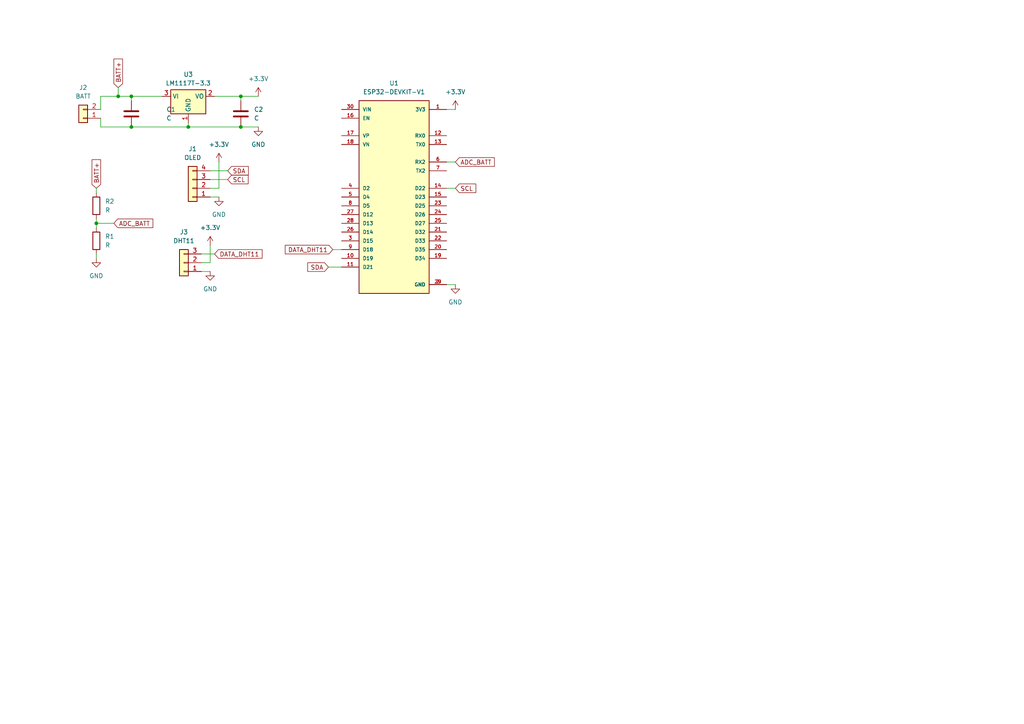
<source format=kicad_sch>
(kicad_sch (version 20230121) (generator eeschema)
  (paper "A4")
  (lib_symbols
    (symbol "Connector_Generic:Conn_01x02" (pin_names (offset 1.016) hide)
      (property "Reference" "J" (at 0 2.54 0))
      (property "Value" "Conn_01x02" (at 0 -5.08 0))
      (symbol "Conn_01x02_1_1"
        (rectangle (start -1.27 -2.413) (end 0 -2.667) (stroke (width 0.1524)))
        (rectangle (start -1.27 0.127) (end 0 -0.127) (stroke (width 0.1524)))
        (rectangle (start -1.27 1.27) (end 1.27 -3.81) (stroke (width 0.254)) (fill (type background)))
        (pin passive line (at -5.08 0 0) (length 3.81) (name "Pin_1") (number "1"))
        (pin passive line (at -5.08 -2.54 0) (length 3.81) (name "Pin_2") (number "2"))
      )
    )
    (symbol "Connector_Generic:Conn_01x03" (pin_names (offset 1.016) hide)
      (property "Reference" "J" (at 0 5.08 0))
      (property "Value" "Conn_01x03" (at 0 -5.08 0))
      (symbol "Conn_01x03_1_1"
        (rectangle (start -1.27 -2.413) (end 0 -2.667) (stroke (width 0.1524)))
        (rectangle (start -1.27 0.127) (end 0 -0.127) (stroke (width 0.1524)))
        (rectangle (start -1.27 2.667) (end 0 2.413) (stroke (width 0.1524)))
        (rectangle (start -1.27 3.81) (end 1.27 -3.81) (stroke (width 0.254)) (fill (type background)))
        (pin passive line (at -5.08 2.54 0) (length 3.81) (name "Pin_1") (number "1"))
        (pin passive line (at -5.08 0 0) (length 3.81) (name "Pin_2") (number "2"))
        (pin passive line (at -5.08 -2.54 0) (length 3.81) (name "Pin_3") (number "3"))
      )
    )
    (symbol "Connector_Generic:Conn_01x04" (pin_names (offset 1.016) hide)
      (property "Reference" "J" (at 0 5.08 0))
      (property "Value" "Conn_01x04" (at 0 -7.62 0))
      (symbol "Conn_01x04_1_1"
        (rectangle (start -1.27 -4.953) (end 0 -5.207) (stroke (width 0.1524)))
        (rectangle (start -1.27 -2.413) (end 0 -2.667) (stroke (width 0.1524)))
        (rectangle (start -1.27 0.127) (end 0 -0.127) (stroke (width 0.1524)))
        (rectangle (start -1.27 2.667) (end 0 2.413) (stroke (width 0.1524)))
        (rectangle (start -1.27 3.81) (end 1.27 -6.35) (stroke (width 0.254)) (fill (type background)))
        (pin passive line (at -5.08 2.54 0) (length 3.81) (name "Pin_1") (number "1"))
        (pin passive line (at -5.08 0 0) (length 3.81) (name "Pin_2") (number "2"))
        (pin passive line (at -5.08 -2.54 0) (length 3.81) (name "Pin_3") (number "3"))
        (pin passive line (at -5.08 -5.08 0) (length 3.81) (name "Pin_4") (number "4"))
      )
    )
    (symbol "Device:C" (pin_numbers hide) (pin_names (offset 0.254))
      (property "Reference" "C" (at 0.635 2.54 0))
      (property "Value" "C" (at 0.635 -2.54 0))
      (symbol "C_0_1"
        (polyline (pts (xy -2.032 -0.762) (xy 2.032 -0.762)) (stroke (width 0.508)))
        (polyline (pts (xy -2.032 0.762) (xy 2.032 0.762)) (stroke (width 0.508)))
      )
      (symbol "C_1_1"
        (pin passive line (at 0 3.81 270) (length 2.794) (name "~") (number "1"))
        (pin passive line (at 0 -3.81 90) (length 2.794) (name "~") (number "2"))
      )
    )
    (symbol "Device:R" (pin_numbers hide) (pin_names (offset 0))
      (property "Reference" "R" (at 2.032 0 90))
      (property "Value" "R" (at 0 0 90))
      (symbol "R_0_1"
        (rectangle (start -1.016 -2.54) (end 1.016 2.54) (stroke (width 0.254)))
      )
      (symbol "R_1_1"
        (pin passive line (at 0 3.81 270) (length 1.27) (name "~") (number "1"))
        (pin passive line (at 0 -3.81 90) (length 1.27) (name "~") (number "2"))
      )
    )
    (symbol "ESP32-DEVKIT-V1:ESP32-DEVKIT-V1" (pin_names (offset 1.016))
      (property "Reference" "U" (at -10.16 30.48 0))
      (property "Value" "ESP32-DEVKIT-V1" (at -10.16 -30.48 0))
      (symbol "ESP32-DEVKIT-V1_0_0"
        (rectangle (start -10.16 -27.94) (end 10.16 27.94) (stroke (width 0.254)) (fill (type background)))
        (pin output line (at 15.24 25.4 180) (length 5.08) (name "3V3") (number "1"))
        (pin bidirectional line (at -15.24 -17.78 0) (length 5.08) (name "D19") (number "10"))
        (pin bidirectional line (at -15.24 -20.32 0) (length 5.08) (name "D21") (number "11"))
        (pin input line (at 15.24 17.78 180) (length 5.08) (name "RX0") (number "12"))
        (pin output line (at 15.24 15.24 180) (length 5.08) (name "TX0") (number "13"))
        (pin bidirectional line (at 15.24 2.54 180) (length 5.08) (name "D22") (number "14"))
        (pin bidirectional line (at 15.24 0 180) (length 5.08) (name "D23") (number "15"))
        (pin input line (at -15.24 22.86 0) (length 5.08) (name "EN") (number "16"))
        (pin bidirectional line (at -15.24 17.78 0) (length 5.08) (name "VP") (number "17"))
        (pin bidirectional line (at -15.24 15.24 0) (length 5.08) (name "VN") (number "18"))
        (pin bidirectional line (at 15.24 -17.78 180) (length 5.08) (name "D34") (number "19"))
        (pin power_in line (at 15.24 -25.4 180) (length 5.08) (name "GND") (number "2"))
        (pin bidirectional line (at 15.24 -15.24 180) (length 5.08) (name "D35") (number "20"))
        (pin bidirectional line (at 15.24 -10.16 180) (length 5.08) (name "D32") (number "21"))
        (pin bidirectional line (at 15.24 -12.7 180) (length 5.08) (name "D33") (number "22"))
        (pin bidirectional line (at 15.24 -2.54 180) (length 5.08) (name "D25") (number "23"))
        (pin bidirectional line (at 15.24 -5.08 180) (length 5.08) (name "D26") (number "24"))
        (pin bidirectional line (at 15.24 -7.62 180) (length 5.08) (name "D27") (number "25"))
        (pin bidirectional line (at -15.24 -10.16 0) (length 5.08) (name "D14") (number "26"))
        (pin bidirectional line (at -15.24 -5.08 0) (length 5.08) (name "D12") (number "27"))
        (pin bidirectional line (at -15.24 -7.62 0) (length 5.08) (name "D13") (number "28"))
        (pin power_in line (at 15.24 -25.4 180) (length 5.08) (name "GND") (number "29"))
        (pin bidirectional line (at -15.24 -12.7 0) (length 5.08) (name "D15") (number "3"))
        (pin input line (at -15.24 25.4 0) (length 5.08) (name "VIN") (number "30"))
        (pin bidirectional line (at -15.24 2.54 0) (length 5.08) (name "D2") (number "4"))
        (pin bidirectional line (at -15.24 0 0) (length 5.08) (name "D4") (number "5"))
        (pin input line (at 15.24 10.16 180) (length 5.08) (name "RX2") (number "6"))
        (pin output line (at 15.24 7.62 180) (length 5.08) (name "TX2") (number "7"))
        (pin bidirectional line (at -15.24 -2.54 0) (length 5.08) (name "D5") (number "8"))
        (pin bidirectional line (at -15.24 -15.24 0) (length 5.08) (name "D18") (number "9"))
      )
    )
    (symbol "Regulator_Linear:LM1117T-3.3"
      (property "Reference" "U" (at -3.81 3.175 0))
      (property "Value" "LM1117T-3.3" (at 0 3.175 0))
      (symbol "LM1117T-3.3_0_1"
        (rectangle (start -5.08 -5.08) (end 5.08 1.905) (stroke (width 0.254)) (fill (type background)))
      )
      (symbol "LM1117T-3.3_1_1"
        (pin power_in line (at 0 -7.62 90) (length 2.54) (name "GND") (number "1"))
        (pin power_out line (at 7.62 0 180) (length 2.54) (name "VO") (number "2"))
        (pin power_in line (at -7.62 0 0) (length 2.54) (name "VI") (number "3"))
      )
    )
    (symbol "power:+3.3V" (power) (pin_names (offset 0))
      (property "Value" "+3.3V" (at 0 3.556 0))
      (symbol "+3.3V_0_1"
        (polyline (pts (xy -0.762 1.27) (xy 0 2.54)))
        (polyline (pts (xy 0 0) (xy 0 2.54)))
        (polyline (pts (xy 0 2.54) (xy 0.762 1.27)))
      )
      (symbol "+3.3V_1_1"
        (pin power_in line (at 0 0 90) (length 0) hide (name "+3.3V") (number "1"))
      )
    )
    (symbol "power:GND" (power) (pin_names (offset 0))
      (property "Value" "GND" (at 0 -3.81 0))
      (symbol "GND_0_1"
        (polyline (pts (xy 0 0) (xy 0 -1.27) (xy 1.27 -1.27) (xy 0 -2.54) (xy -1.27 -1.27) (xy 0 -1.27)))
      )
      (symbol "GND_1_1"
        (pin power_in line (at 0 0 270) (length 0) hide (name "GND") (number "1"))
      )
    )
  )
  (junction (at 69.85 36.83))
  (junction (at 38.1 27.94))
  (junction (at 38.1 36.83))
  (junction (at 69.85 27.94))
  (junction (at 27.94 64.77))
  (junction (at 34.29 27.94))
  (junction (at 54.61 36.83))
  (wire (pts (xy 46.99 27.94) (xy 38.1 27.94)))
  (wire (pts (xy 58.42 78.74) (xy 60.96 78.74)))
  (wire (pts (xy 129.54 82.55) (xy 132.08 82.55)))
  (wire (pts (xy 34.29 25.4) (xy 34.29 27.94)))
  (wire (pts (xy 60.96 71.12) (xy 60.96 76.2)))
  (wire (pts (xy 69.85 36.83) (xy 54.61 36.83)))
  (wire (pts (xy 38.1 36.83) (xy 54.61 36.83)))
  (wire (pts (xy 29.21 34.29) (xy 29.21 36.83)))
  (wire (pts (xy 58.42 76.2) (xy 60.96 76.2)))
  (wire (pts (xy 38.1 27.94) (xy 38.1 29.21)))
  (wire (pts (xy 62.23 27.94) (xy 69.85 27.94)))
  (wire (pts (xy 63.5 46.99) (xy 63.5 54.61)))
  (wire (pts (xy 27.94 54.61) (xy 27.94 55.88)))
  (wire (pts (xy 58.42 73.66) (xy 62.23 73.66)))
  (wire (pts (xy 54.61 36.83) (xy 54.61 35.56)))
  (wire (pts (xy 74.93 27.94) (xy 69.85 27.94)))
  (wire (pts (xy 66.04 52.07) (xy 60.96 52.07)))
  (wire (pts (xy 96.52 72.39) (xy 99.06 72.39)))
  (wire (pts (xy 27.94 64.77) (xy 27.94 66.04)))
  (wire (pts (xy 60.96 57.15) (xy 63.5 57.15)))
  (wire (pts (xy 60.96 49.53) (xy 66.04 49.53)))
  (wire (pts (xy 129.54 31.75) (xy 132.08 31.75)))
  (wire (pts (xy 27.94 73.66) (xy 27.94 74.93)))
  (wire (pts (xy 129.54 54.61) (xy 132.08 54.61)))
  (wire (pts (xy 27.94 64.77) (xy 33.02 64.77)))
  (wire (pts (xy 34.29 27.94) (xy 38.1 27.94)))
  (wire (pts (xy 95.25 77.47) (xy 99.06 77.47)))
  (wire (pts (xy 69.85 27.94) (xy 69.85 29.21)))
  (wire (pts (xy 63.5 54.61) (xy 60.96 54.61)))
  (wire (pts (xy 29.21 31.75) (xy 29.21 27.94)))
  (wire (pts (xy 129.54 46.99) (xy 132.08 46.99)))
  (wire (pts (xy 29.21 27.94) (xy 34.29 27.94)))
  (wire (pts (xy 74.93 36.83) (xy 69.85 36.83)))
  (wire (pts (xy 29.21 36.83) (xy 38.1 36.83)))
  (wire (pts (xy 27.94 63.5) (xy 27.94 64.77)))
  (global_label "SDA" (shape input) (at 66.04 49.53 0) (property "Intersheetrefs" "${INTERSHEET_REFS}" (effects hide)))
  (global_label "ADC_BATT" (shape input) (at 132.08 46.99 0) (property "Intersheetrefs" "${INTERSHEET_REFS}" (effects hide)))
  (global_label "ADC_BATT" (shape input) (at 33.02 64.77 0) (property "Intersheetrefs" "${INTERSHEET_REFS}" (effects hide)))
  (global_label "SCL" (shape input) (at 66.04 52.07 0) (property "Intersheetrefs" "${INTERSHEET_REFS}" (effects hide)))
  (global_label "BATT+" (shape input) (at 34.29 25.4 90) (property "Intersheetrefs" "${INTERSHEET_REFS}" (effects hide)))
  (global_label "DATA_DHT11" (shape input) (at 96.52 72.39 180) (property "Intersheetrefs" "${INTERSHEET_REFS}" (effects hide)))
  (global_label "SCL" (shape input) (at 132.08 54.61 0) (property "Intersheetrefs" "${INTERSHEET_REFS}" (effects hide)))
  (global_label "SDA" (shape input) (at 95.25 77.47 180) (property "Intersheetrefs" "${INTERSHEET_REFS}" (effects hide)))
  (global_label "DATA_DHT11" (shape input) (at 62.23 73.66 0) (property "Intersheetrefs" "${INTERSHEET_REFS}" (effects hide)))
  (global_label "BATT+" (shape input) (at 27.94 54.61 90) (property "Intersheetrefs" "${INTERSHEET_REFS}" (effects hide)))
  (symbol (lib_id "power:GND") (at 74.93 36.83 0) (unit 1)
    (property "Reference" "#PWR03" (effects hide))
    (property "Value" "GND" (at 74.93 41.91 0))
  )
  (symbol (lib_id "Connector_Generic:Conn_01x03") (at 53.34 76.2 180) (unit 1)
    (property "Reference" "J3" (at 53.34 67.31 0))
    (property "Value" "DHT11" (at 53.34 69.85 0))
    (property "Footprint" "Connector_PinHeader_2.54mm:PinHeader_1x03_P2.54mm_Vertical" (effects hide))
  )
  (symbol (lib_id "ESP32-DEVKIT-V1:ESP32-DEVKIT-V1") (at 114.3 57.15 0) (unit 1)
    (property "Reference" "U1" (at 114.3 24.13 0))
    (property "Value" "ESP32-DEVKIT-V1" (at 114.3 26.67 0))
    (property "Footprint" "ESP:MODULE_ESP32_DEVKIT_V1" (effects hide))
    (property "MF" "Do it" (effects hide))
    (property "MAXIMUM_PACKAGE_HEIGHT" "6.8 mm" (effects hide))
    (property "Package" "None" (effects hide))
    (property "Price" "None" (effects hide))
    (property "Check_prices" "https://www.snapeda.com/parts/ESP32-DEVKIT-V1/Do+it/view-part/?ref=eda" (effects hide))
    (property "STANDARD" "Manufacturer Recommendations" (effects hide))
    (property "PARTREV" "N/A" (effects hide))
    (property "SnapEDA_Link" "https://www.snapeda.com/parts/ESP32-DEVKIT-V1/Do+it/view-part/?ref=snap" (effects hide))
    (property "MP" "ESP32-DEVKIT-V1" (effects hide))
    (property "Description" "\nDual core, Wi-Fi: 2.4 GHz up to 150 Mbits/s,BLE (Bluetooth Low Energy) and legacy Bluetooth, 32 bits, Up to 240 MHz\n" (effects hide))
    (property "Availability" "Not in stock" (effects hide))
    (property "MANUFACTURER" "DOIT" (effects hide))
  )
  (symbol (lib_id "power:GND") (at 63.5 57.15 0) (unit 1)
    (property "Reference" "#PWR02" (effects hide))
    (property "Value" "GND" (at 63.5 62.23 0))
  )
  (symbol (lib_id "Device:C") (at 38.1 33.02 0) (unit 1)
    (property "Reference" "C1" (at 48.26 31.75 0) (effects (justify left)))
    (property "Value" "C" (at 48.26 34.29 0) (effects (justify left)))
    (property "Footprint" "Capacitor_THT:CP_Radial_D5.0mm_P2.50mm" (effects hide))
  )
  (symbol (lib_id "power:GND") (at 60.96 78.74 0) (unit 1)
    (property "Reference" "#PWR07" (effects hide))
    (property "Value" "GND" (at 60.96 83.82 0))
  )
  (symbol (lib_id "power:+3.3V") (at 132.08 31.75 0) (unit 1)
    (property "Reference" "#PWR05" (effects hide))
    (property "Value" "+3.3V" (at 132.08 26.67 0))
  )
  (symbol (lib_id "Device:R") (at 27.94 69.85 0) (unit 1)
    (property "Reference" "R1" (at 30.48 68.58 0) (effects (justify left)))
    (property "Value" "R" (at 30.48 71.12 0) (effects (justify left)))
    (property "Footprint" "Resistor_THT:R_Axial_DIN0309_L9.0mm_D3.2mm_P15.24mm_Horizontal" (effects hide))
  )
  (symbol (lib_id "power:+3.3V") (at 60.96 71.12 0) (unit 1)
    (property "Reference" "#PWR08" (effects hide))
    (property "Value" "+3.3V" (at 60.96 66.04 0))
  )
  (symbol (lib_id "Device:R") (at 27.94 59.69 0) (unit 1)
    (property "Reference" "R2" (at 30.48 58.42 0) (effects (justify left)))
    (property "Value" "R" (at 30.48 60.96 0) (effects (justify left)))
    (property "Footprint" "Resistor_THT:R_Axial_DIN0309_L9.0mm_D3.2mm_P15.24mm_Horizontal" (effects hide))
  )
  (symbol (lib_id "power:+3.3V") (at 63.5 46.99 0) (unit 1)
    (property "Reference" "#PWR01" (effects hide))
    (property "Value" "+3.3V" (at 63.5 41.91 0))
  )
  (symbol (lib_id "Device:C") (at 69.85 33.02 0) (unit 1)
    (property "Reference" "C2" (at 73.66 31.75 0) (effects (justify left)))
    (property "Value" "C" (at 73.66 34.29 0) (effects (justify left)))
    (property "Footprint" "Capacitor_THT:CP_Radial_D5.0mm_P2.50mm" (effects hide))
  )
  (symbol (lib_id "Regulator_Linear:LM1117T-3.3") (at 54.61 27.94 0) (unit 1)
    (property "Reference" "U3" (at 54.61 21.59 0))
    (property "Value" "LM1117T-3.3" (at 54.61 24.13 0))
    (property "Footprint" "Package_TO_SOT_THT:TO-220-3_Horizontal_TabDown" (effects hide))
    (property "Datasheet" "http://www.ti.com/lit/ds/symlink/lm1117.pdf" (effects hide))
  )
  (symbol (lib_id "power:GND") (at 27.94 74.93 0) (unit 1)
    (property "Reference" "#PWR09" (effects hide))
    (property "Value" "GND" (at 27.94 80.01 0))
  )
  (symbol (lib_id "Connector_Generic:Conn_01x02") (at 24.13 34.29 180) (unit 1)
    (property "Reference" "J2" (at 24.13 25.4 0))
    (property "Value" "BATT" (at 24.13 27.94 0))
    (property "Footprint" "Connector_JST:JST_XH_B2B-XH-A_1x02_P2.50mm_Vertical" (effects hide))
  )
  (symbol (lib_id "Connector_Generic:Conn_01x04") (at 55.88 54.61 180) (unit 1)
    (property "Reference" "J1" (at 55.88 43.18 0))
    (property "Value" "OLED" (at 55.88 45.72 0))
    (property "Footprint" "Connector_PinHeader_2.54mm:PinHeader_1x04_P2.54mm_Vertical" (effects hide))
  )
  (symbol (lib_id "power:+3.3V") (at 74.93 27.94 0) (unit 1)
    (property "Reference" "#PWR04" (effects hide))
    (property "Value" "+3.3V" (at 74.93 22.86 0))
  )
  (symbol (lib_id "power:GND") (at 132.08 82.55 0) (unit 1)
    (property "Reference" "#PWR06" (effects hide))
    (property "Value" "GND" (at 132.08 87.63 0))
  )
)
</source>
